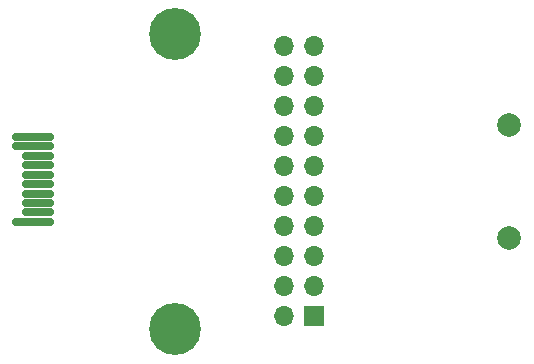
<source format=gbr>
%TF.GenerationSoftware,KiCad,Pcbnew,8.0.3*%
%TF.CreationDate,2024-06-06T10:46:03+01:00*%
%TF.ProjectId,hexpansion,68657870-616e-4736-996f-6e2e6b696361,rev?*%
%TF.SameCoordinates,Original*%
%TF.FileFunction,Soldermask,Bot*%
%TF.FilePolarity,Negative*%
%FSLAX46Y46*%
G04 Gerber Fmt 4.6, Leading zero omitted, Abs format (unit mm)*
G04 Created by KiCad (PCBNEW 8.0.3) date 2024-06-06 10:46:03*
%MOMM*%
%LPD*%
G01*
G04 APERTURE LIST*
G04 Aperture macros list*
%AMRoundRect*
0 Rectangle with rounded corners*
0 $1 Rounding radius*
0 $2 $3 $4 $5 $6 $7 $8 $9 X,Y pos of 4 corners*
0 Add a 4 corners polygon primitive as box body*
4,1,4,$2,$3,$4,$5,$6,$7,$8,$9,$2,$3,0*
0 Add four circle primitives for the rounded corners*
1,1,$1+$1,$2,$3*
1,1,$1+$1,$4,$5*
1,1,$1+$1,$6,$7*
1,1,$1+$1,$8,$9*
0 Add four rect primitives between the rounded corners*
20,1,$1+$1,$2,$3,$4,$5,0*
20,1,$1+$1,$4,$5,$6,$7,0*
20,1,$1+$1,$6,$7,$8,$9,0*
20,1,$1+$1,$8,$9,$2,$3,0*%
G04 Aperture macros list end*
%ADD10RoundRect,0.150000X-1.600000X-0.150000X1.600000X-0.150000X1.600000X0.150000X-1.600000X0.150000X0*%
%ADD11RoundRect,0.150000X-1.200000X-0.150000X1.200000X-0.150000X1.200000X0.150000X-1.200000X0.150000X0*%
%ADD12C,2.000000*%
%ADD13C,0.700000*%
%ADD14C,4.400000*%
%ADD15R,1.700000X1.700000*%
%ADD16O,1.700000X1.700000*%
G04 APERTURE END LIST*
D10*
%TO.C,J1*%
X100500000Y-103400000D03*
D11*
X100900000Y-102600000D03*
X100900000Y-101800000D03*
X100900000Y-101000000D03*
X100900000Y-100200000D03*
X100900000Y-99400000D03*
X100900000Y-98600000D03*
X100900000Y-97800000D03*
D10*
X100500000Y-97000000D03*
X100500000Y-96200000D03*
%TD*%
D12*
%TO.C,J3*%
X140792200Y-104800001D03*
X140792200Y-95199999D03*
%TD*%
D13*
%TO.C,H2*%
X110850000Y-87500000D03*
X111333274Y-86333274D03*
X111333274Y-88666726D03*
X112500000Y-85850000D03*
D14*
X112500000Y-87500000D03*
D13*
X112500000Y-89150000D03*
X113666726Y-86333274D03*
X113666726Y-88666726D03*
X114150000Y-87500000D03*
%TD*%
D15*
%TO.C,J2*%
X124230000Y-111410000D03*
D16*
X121690000Y-111410000D03*
X124230000Y-108870000D03*
X121690000Y-108870000D03*
X124230000Y-106330000D03*
X121690000Y-106330000D03*
X124230000Y-103790000D03*
X121690000Y-103790000D03*
X124230000Y-101250000D03*
X121690000Y-101250000D03*
X124230000Y-98710000D03*
X121690000Y-98710000D03*
X124230000Y-96170000D03*
X121690000Y-96170000D03*
X124230000Y-93630000D03*
X121690000Y-93630000D03*
X124230000Y-91090000D03*
X121690000Y-91090000D03*
X124230000Y-88550000D03*
X121690000Y-88550000D03*
%TD*%
D13*
%TO.C,H1*%
X110850000Y-112500000D03*
X111333274Y-111333274D03*
X111333274Y-113666726D03*
X112500000Y-110850000D03*
D14*
X112500000Y-112500000D03*
D13*
X112500000Y-114150000D03*
X113666726Y-111333274D03*
X113666726Y-113666726D03*
X114150000Y-112500000D03*
%TD*%
M02*

</source>
